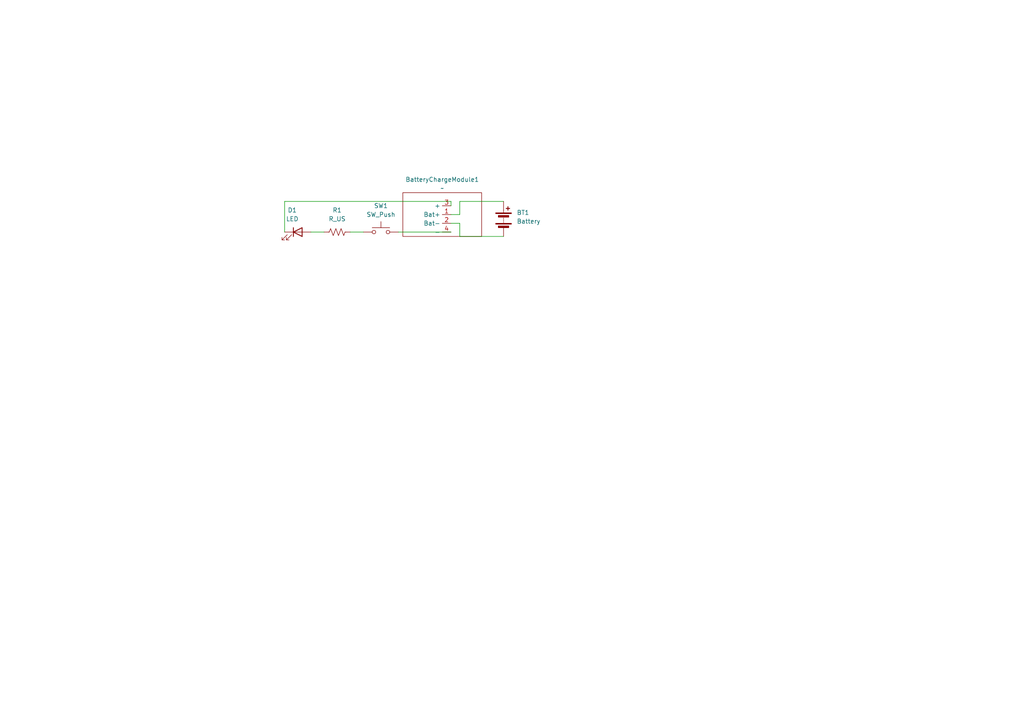
<source format=kicad_sch>
(kicad_sch (version 20231120) (generator "eeschema") (generator_version "8.0")
  (paper "A4")
  (lib_symbols
    (symbol "Device:Battery" (pin_numbers hide) (pin_names (offset 0) hide)
      (property "Reference" "BT" (at 2.54 2.54 0))
      (property "Value" "Battery" (at 2.54 0 0))
      (symbol "Battery_0_1"
        (rectangle (start -2.286 -1.27) (end 2.286 -1.524) (fill (type outline)))
        (rectangle (start -2.286 1.778) (end 2.286 1.524) (fill (type outline)))
        (rectangle (start -1.524 -2.032) (end 1.524 -2.54) (fill (type outline)))
        (rectangle (start -1.524 1.016) (end 1.524 0.508) (fill (type outline)))
        (polyline (pts (xy 0 -1.016) (xy 0 -0.762)))
        (polyline (pts (xy 0 -0.508) (xy 0 -0.254)))
        (polyline (pts (xy 0 0) (xy 0 0.254)))
        (polyline (pts (xy 0 1.778) (xy 0 2.54)))
        (polyline (pts (xy 0.762 3.048) (xy 1.778 3.048)) (stroke (width 0.254)))
        (polyline (pts (xy 1.27 3.556) (xy 1.27 2.54)) (stroke (width 0.254)))
      )
      (symbol "Battery_1_1"
        (pin passive line (at 0 5.08 270) (length 2.54) (name "+") (number "1"))
        (pin passive line (at 0 -5.08 90) (length 2.54) (name "-") (number "2"))
      )
    )
    (symbol "Device:LED" (pin_numbers hide) (pin_names (offset 1.016) hide)
      (property "Reference" "D" (at 0 2.54 0))
      (property "Value" "LED" (at 0 -2.54 0))
      (symbol "LED_0_1"
        (polyline (pts (xy -1.27 -1.27) (xy -1.27 1.27)) (stroke (width 0.254)))
        (polyline (pts (xy -1.27 0) (xy 1.27 0)))
        (polyline (pts (xy 1.27 -1.27) (xy 1.27 1.27) (xy -1.27 0) (xy 1.27 -1.27)) (stroke (width 0.254)))
        (polyline (pts (xy -3.048 -0.762) (xy -4.572 -2.286) (xy -3.81 -2.286) (xy -4.572 -2.286) (xy -4.572 -1.524)))
        (polyline (pts (xy -1.778 -0.762) (xy -3.302 -2.286) (xy -2.54 -2.286) (xy -3.302 -2.286) (xy -3.302 -1.524)))
      )
      (symbol "LED_1_1"
        (pin passive line (at -3.81 0 0) (length 2.54) (name "K") (number "1"))
        (pin passive line (at 3.81 0 180) (length 2.54) (name "A") (number "2"))
      )
    )
    (symbol "Device:R_US" (pin_numbers hide) (pin_names (offset 0))
      (property "Reference" "R" (at 2.54 0 90))
      (property "Value" "R_US" (at -2.54 0 90))
      (symbol "R_US_0_1"
        (polyline (pts (xy 0 -2.286) (xy 0 -2.54)))
        (polyline (pts (xy 0 2.286) (xy 0 2.54)))
        (polyline (pts (xy 0 -0.762) (xy 1.016 -1.143) (xy 0 -1.524) (xy -1.016 -1.905) (xy 0 -2.286)))
        (polyline (pts (xy 0 0.762) (xy 1.016 0.381) (xy 0 0) (xy -1.016 -0.381) (xy 0 -0.762)))
        (polyline (pts (xy 0 2.286) (xy 1.016 1.905) (xy 0 1.524) (xy -1.016 1.143) (xy 0 0.762)))
      )
      (symbol "R_US_1_1"
        (pin passive line (at 0 3.81 270) (length 1.27) (name "~") (number "1"))
        (pin passive line (at 0 -3.81 90) (length 1.27) (name "~") (number "2"))
      )
    )
    (symbol "Personal:Battery_Charge_Module"
      (property "Reference" "BatteryChargeModule" (at 0 -5.588 0))
      (symbol "Battery_Charge_Module_0_1"
        (rectangle (start -11.43 5.08) (end 11.43 -7.62))
      )
      (symbol "Battery_Charge_Module_1_1"
        (pin input line (at -2.54 -1.27 0) (length 2.54) (name "Bat+") (number "1"))
        (pin input line (at -2.54 1.27 0) (length 2.54) (name "Bat-") (number "2"))
        (pin input line (at -2.54 -3.81 0) (length 2.54) (name "+") (number "3"))
        (pin input line (at -2.54 3.81 0) (length 2.54) (name "-") (number "4"))
      )
    )
    (symbol "Switch:SW_Push" (pin_numbers hide) (pin_names (offset 1.016) hide)
      (property "Reference" "SW" (at 1.27 2.54 0))
      (property "Value" "SW_Push" (at 0 -1.524 0))
      (symbol "SW_Push_0_1"
        (circle (center -2.032 0) (radius 0.508))
        (polyline (pts (xy 0 1.27) (xy 0 3.048)))
        (polyline (pts (xy 2.54 1.27) (xy -2.54 1.27)))
        (circle (center 2.032 0) (radius 0.508))
        (pin passive line (at -5.08 0 0) (length 2.54) (name "1") (number "1"))
        (pin passive line (at 5.08 0 180) (length 2.54) (name "2") (number "2"))
      )
    )
  )
  (wire (pts (xy 146.05 58.42) (xy 133.35 58.42)))
  (wire (pts (xy 101.6 67.31) (xy 105.41 67.31)))
  (wire (pts (xy 133.35 58.42) (xy 133.35 62.23)))
  (wire (pts (xy 146.05 68.58) (xy 133.35 68.58)))
  (wire (pts (xy 115.57 67.31) (xy 130.81 67.31)))
  (wire (pts (xy 133.35 68.58) (xy 133.35 64.77)))
  (wire (pts (xy 130.81 58.42) (xy 130.81 59.69)))
  (wire (pts (xy 82.55 58.42) (xy 130.81 58.42)))
  (wire (pts (xy 90.17 67.31) (xy 93.98 67.31)))
  (wire (pts (xy 82.55 58.42) (xy 82.55 67.31)))
  (wire (pts (xy 133.35 64.77) (xy 130.81 64.77)))
  (wire (pts (xy 133.35 62.23) (xy 130.81 62.23)))
  (symbol (lib_id "Device:Battery") (at 146.05 63.5 0) (unit 1)
    (property "Reference" "BT1" (at 149.86 61.6584 0) (effects (justify left)))
    (property "Value" "Battery" (at 149.86 64.1984 0) (effects (justify left)))
    (property "Footprint" "Connector_PinHeader_1.27mm:PinHeader_1x02_P1.27mm_Vertical" (effects (hide yes)))
    (property "Description" "Multiple-cell battery" (effects (hide yes)))
  )
  (symbol (lib_id "Device:LED") (at 86.36 67.31 0) (unit 1)
    (property "Reference" "D1" (at 84.7725 60.96 0))
    (property "Value" "LED" (at 84.7725 63.5 0))
    (property "Footprint" "LED_THT:LED_D5.0mm_Horizontal_O1.27mm_Z3.0mm" (effects (hide yes)))
    (property "Description" "Light emitting diode" (effects (hide yes)))
  )
  (symbol (lib_id "Switch:SW_Push") (at 110.49 67.31 0) (unit 1)
    (property "Reference" "SW1" (at 110.49 59.69 0))
    (property "Value" "SW_Push" (at 110.49 62.23 0))
    (property "Footprint" "Button_Switch_SMD:SW_SPST_B3U-1000P" (effects (hide yes)))
    (property "Description" "Push button switch, generic, two pins" (effects (hide yes)))
  )
  (symbol (lib_id "Personal:Battery_Charge_Module") (at 128.27 63.5 180) (unit 1)
    (property "Reference" "BatteryChargeModule1" (at 128.27 52.07 0))
    (property "Value" "~" (at 128.27 54.61 0))
    (property "Footprint" "Personal:Battery Charge Module" (effects (hide yes)))
  )
  (symbol (lib_id "Device:R_US") (at 97.79 67.31 90) (unit 1)
    (property "Reference" "R1" (at 97.79 60.96 90))
    (property "Value" "R_US" (at 97.79 63.5 90))
    (property "Footprint" "Resistor_THT:R_Axial_DIN0207_L6.3mm_D2.5mm_P7.62mm_Horizontal" (effects (hide yes)))
    (property "Description" "Resistor, US symbol" (effects (hide yes)))
  )
)
</source>
